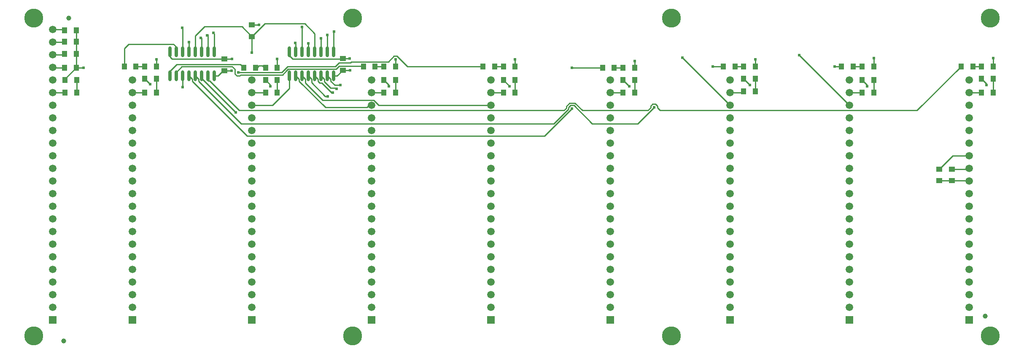
<source format=gtl>
%FSLAX42Y42*%
%MOMM*%
G71*
G01*
G75*
G04 Layer_Physical_Order=1*
G04 Layer_Color=255*
%ADD10C,1.00*%
%ADD11R,1.05X1.30*%
%ADD12R,1.30X1.05*%
%ADD13O,0.60X2.20*%
%ADD14C,0.25*%
%ADD15R,1.50X1.50*%
%ADD16C,1.50*%
%ADD17C,3.81*%
%ADD18C,0.61*%
D10*
X19600Y900D02*
D03*
X1100Y400D02*
D03*
X1200Y6900D02*
D03*
D11*
X10160Y5400D02*
D03*
X9925D02*
D03*
X7525Y5649D02*
D03*
X7760D02*
D03*
X1350Y5901D02*
D03*
X1115D02*
D03*
X1350Y6176D02*
D03*
X1115D02*
D03*
X1350Y6426D02*
D03*
X1115D02*
D03*
X1350Y6651D02*
D03*
X1115D02*
D03*
X7760Y5400D02*
D03*
X7525D02*
D03*
X4715Y5900D02*
D03*
X4950D02*
D03*
X7115Y5925D02*
D03*
X7350D02*
D03*
X9515D02*
D03*
X9750D02*
D03*
X11915Y5900D02*
D03*
X12150D02*
D03*
X14340Y5925D02*
D03*
X14575D02*
D03*
X16715Y5925D02*
D03*
X16950D02*
D03*
X19115Y5925D02*
D03*
X19350D02*
D03*
X1360Y5400D02*
D03*
X1125D02*
D03*
X2960D02*
D03*
X2725D02*
D03*
X2315Y5925D02*
D03*
X2550D02*
D03*
X2725Y5924D02*
D03*
X2960D02*
D03*
X5150Y5899D02*
D03*
X5385D02*
D03*
X14750Y5674D02*
D03*
X14985D02*
D03*
X9925Y5924D02*
D03*
X10160D02*
D03*
X12325Y5899D02*
D03*
X12560D02*
D03*
X14750Y5924D02*
D03*
X14985D02*
D03*
X17125D02*
D03*
X17360D02*
D03*
X19525D02*
D03*
X19760D02*
D03*
X1125Y5649D02*
D03*
X1360D02*
D03*
X7525Y5924D02*
D03*
X7760D02*
D03*
X5150Y5649D02*
D03*
X5385D02*
D03*
X2725Y5674D02*
D03*
X2960D02*
D03*
X5385Y5400D02*
D03*
X5150D02*
D03*
X9925Y5649D02*
D03*
X10160D02*
D03*
X19525Y5674D02*
D03*
X19760D02*
D03*
X19760Y5400D02*
D03*
X19525D02*
D03*
X17125Y5649D02*
D03*
X17360D02*
D03*
X17360Y5400D02*
D03*
X17125D02*
D03*
X14985Y5425D02*
D03*
X14750D02*
D03*
X12325Y5649D02*
D03*
X12560D02*
D03*
X12560Y5400D02*
D03*
X12325D02*
D03*
D12*
X4324Y5840D02*
D03*
Y6075D02*
D03*
X18676Y3625D02*
D03*
Y3860D02*
D03*
X6701Y6085D02*
D03*
Y5850D02*
D03*
X4876Y6525D02*
D03*
Y6760D02*
D03*
X18926Y3625D02*
D03*
Y3860D02*
D03*
D13*
X4120Y6215D02*
D03*
X3993D02*
D03*
X3866D02*
D03*
X3739D02*
D03*
X3612D02*
D03*
X3485D02*
D03*
X3358D02*
D03*
X3231D02*
D03*
X4120Y5735D02*
D03*
X3993D02*
D03*
X3866D02*
D03*
X3739D02*
D03*
X3612D02*
D03*
X3485D02*
D03*
X3358D02*
D03*
X3231D02*
D03*
X5631D02*
D03*
X5758D02*
D03*
X5885D02*
D03*
X6012D02*
D03*
X6139D02*
D03*
X6266D02*
D03*
X6393D02*
D03*
X6520D02*
D03*
X5631Y6215D02*
D03*
X5758D02*
D03*
X5885D02*
D03*
X6012D02*
D03*
X6139D02*
D03*
X6266D02*
D03*
X6393D02*
D03*
X6520D02*
D03*
D14*
X6350Y5325D02*
X6400D01*
X6459Y5630D02*
X6539Y5550D01*
X6279Y5595D02*
X6473Y5400D01*
X6332Y5618D02*
X6458Y5492D01*
X6558D01*
X6459Y5630D02*
Y5668D01*
X6393Y5735D02*
X6459Y5668D01*
X6332Y5618D02*
Y5668D01*
X6266Y5735D02*
X6332Y5668D01*
X6240Y5595D02*
X6279D01*
X6205Y5630D02*
X6240Y5595D01*
X6205Y5630D02*
Y5668D01*
X6139Y5735D02*
X6205Y5668D01*
X6078Y5597D02*
Y5668D01*
X6012Y5735D02*
X6078Y5668D01*
Y5597D02*
X6350Y5325D01*
X5951Y5595D02*
X6297Y5248D01*
X5951Y5595D02*
Y5668D01*
X6297Y5248D02*
X7319D01*
X5605Y5875D02*
X6565D01*
X5594Y5925D02*
X6554D01*
X6585Y5735D02*
X6701Y5850D01*
X6520Y5735D02*
X6585D01*
X5570Y5840D02*
X5605Y5875D01*
X5527Y5858D02*
X5594Y5925D01*
X6565Y5875D02*
X6623Y5933D01*
X6554Y5925D02*
X6631Y6002D01*
X6623Y5933D02*
X7107D01*
X6631Y6002D02*
X6854D01*
X7278Y5400D02*
X7525D01*
X7319Y5248D02*
X7424Y5143D01*
X7213D02*
X7275D01*
X7187Y5100D02*
X7213Y5125D01*
X7760Y5400D02*
Y5649D01*
X7424Y5143D02*
X9675D01*
X5824Y5630D02*
X6354Y5100D01*
X7187D01*
X5885Y5735D02*
X5951Y5668D01*
X5824Y5630D02*
Y5668D01*
X5758Y5735D02*
X5824Y5668D01*
X3485Y5510D02*
Y5735D01*
X4533Y5774D02*
X4574Y5733D01*
X4533Y5774D02*
Y5811D01*
Y5868D01*
X4324Y6075D02*
X4475D01*
X4479Y5923D02*
X4533Y5868D01*
X3231Y5831D02*
X3366Y5966D01*
X4649D02*
X4715Y5900D01*
X3358Y5808D02*
X3473Y5923D01*
X4574Y5733D02*
X4630D01*
X4602Y5802D02*
X5473D01*
X5475Y5800D01*
X4630Y5733D02*
X4654Y5757D01*
X5493D01*
X5570Y5834D01*
X4120Y5735D02*
X4195D01*
X5085Y5943D02*
X5110Y5918D01*
X5015Y5943D02*
X5085D01*
X4990Y5918D02*
X5015Y5943D01*
X5570Y5834D02*
Y5840D01*
X5475Y5800D02*
X5527Y5852D01*
Y5858D01*
X7997Y5925D02*
X9515D01*
X6854Y6002D02*
X6872Y6020D01*
X7415D01*
X7416Y6020D01*
X7618D01*
X7732Y6133D01*
X7789D01*
X7997Y5925D01*
X7350D02*
X7525D01*
X6701Y6085D02*
X6840D01*
X6701Y6075D02*
Y6085D01*
X18926Y3625D02*
X19269D01*
X18676D02*
X18926D01*
X19269D02*
X19275Y3619D01*
X11300Y5900D02*
X11915D01*
X11342Y5144D02*
X11711Y4775D01*
X11272Y5144D02*
X11342D01*
X11360Y5187D02*
X11510Y5038D01*
X11254Y5187D02*
X11360D01*
X11231Y5103D02*
X11272Y5144D01*
X11188Y5121D02*
X11254Y5187D01*
X11188Y5085D02*
Y5121D01*
X11510Y5038D02*
X12826D01*
X10750Y4525D02*
X11300Y5075D01*
X11140Y5038D02*
X11188Y5085D01*
X11231Y5067D02*
Y5103D01*
X10939Y4775D02*
X11231Y5067D01*
X4624Y5038D02*
X11140D01*
X4660Y4775D02*
X10939D01*
X4783Y4525D02*
X10750D01*
X11711Y4775D02*
X12625D01*
X3678Y5630D02*
X4783Y4525D01*
X3678Y5630D02*
Y5668D01*
X3612Y5735D02*
X3678Y5668D01*
X3805Y5630D02*
X4660Y4775D01*
X14125Y5925D02*
X14340D01*
X13019Y5092D02*
X13074Y5038D01*
X13019Y5092D02*
Y5128D01*
X12978Y5169D02*
X13019Y5128D01*
X12922Y5169D02*
X12978D01*
X12881Y5128D02*
X12922Y5169D01*
X12881Y5092D02*
Y5128D01*
X12826Y5038D02*
X12881Y5092D01*
X12625Y4775D02*
X12950Y5100D01*
X13074Y5038D02*
X18228D01*
X3805Y5630D02*
Y5668D01*
X3739Y5735D02*
X3805Y5668D01*
X3866Y5685D02*
X4550Y5000D01*
X3866Y5685D02*
Y5735D01*
X4024Y5638D02*
X4624Y5038D01*
X3993Y5638D02*
Y5735D01*
X4875Y5143D02*
X5293D01*
X16575Y5925D02*
X16715D01*
X7107Y5933D02*
X7115Y5925D01*
X6701Y5850D02*
X6850D01*
X5110Y5899D02*
X5150D01*
X4951D02*
X4990D01*
X3358Y5735D02*
Y5808D01*
X3231Y5735D02*
Y5831D01*
Y6120D02*
X3275Y6075D01*
X3231Y6120D02*
Y6215D01*
X18228Y5038D02*
X19115Y5925D01*
X19350D02*
X19525D01*
X5293Y5143D02*
X5631Y5481D01*
X4875Y5397D02*
X5147D01*
X5631Y5481D02*
Y5735D01*
X14985Y5425D02*
Y5674D01*
X5385Y5400D02*
Y5649D01*
X5147Y5397D02*
X5150Y5400D01*
X5750Y6400D02*
X5758Y6392D01*
Y6215D02*
Y6392D01*
X4875Y6525D02*
X4876Y6525D01*
X4875Y6200D02*
Y6525D01*
X2400Y6375D02*
X3300D01*
X2315Y6290D02*
X2400Y6375D01*
X3300D02*
X3358Y6317D01*
X1360Y5400D02*
Y5649D01*
X5941Y6784D02*
X6139Y6586D01*
X5083Y6733D02*
X5134Y6784D01*
X5941D01*
X6139Y6215D02*
Y6586D01*
X5083Y6732D02*
Y6733D01*
X4877Y6525D02*
X5083Y6732D01*
X4876Y6525D02*
X4877D01*
X4676Y6725D02*
X4876Y6525D01*
X3925Y6725D02*
X4676D01*
X3739Y6538D02*
X3925Y6725D01*
X3850Y6500D02*
X3862D01*
X3739Y6215D02*
Y6538D01*
X3866Y6215D02*
Y6497D01*
X4120Y6215D02*
Y6581D01*
X4100Y6600D02*
X4120Y6581D01*
X3862Y6500D02*
X3866Y6497D01*
X6266Y6215D02*
Y6491D01*
X6393Y6215D02*
Y6558D01*
X6012Y6215D02*
Y6389D01*
X3612Y6215D02*
Y6414D01*
X2315Y5925D02*
Y6290D01*
X3358Y6215D02*
Y6317D01*
X3475Y6700D02*
X3485Y6691D01*
Y6215D02*
Y6691D01*
X5885Y6215D02*
Y6716D01*
X6520Y6631D02*
X6525Y6625D01*
X4324Y6075D02*
Y6075D01*
X5631Y6144D02*
Y6215D01*
Y6144D02*
X5700Y6075D01*
X2960Y5924D02*
Y6065D01*
X4876Y6760D02*
X5015D01*
X5385Y5899D02*
Y6075D01*
X10160Y5924D02*
Y6065D01*
X12560Y5899D02*
Y6035D01*
X14985Y5924D02*
Y6065D01*
X17360Y5924D02*
Y6090D01*
X19760Y5924D02*
Y6090D01*
X4950Y5900D02*
X4951Y5899D01*
X7525Y5925D02*
X7525Y5924D01*
X9925Y5925D02*
X9925Y5924D01*
X9750Y5925D02*
X9925D01*
X12325Y5900D02*
X12325Y5899D01*
X12150Y5900D02*
X12325D01*
X14750Y5925D02*
X14750Y5924D01*
X14575Y5925D02*
X14750D01*
X17125Y5925D02*
X17125Y5924D01*
X16950Y5925D02*
X17125D01*
X19525Y5925D02*
X19525Y5924D01*
X19760Y5674D02*
X19760Y5674D01*
X19760Y5425D02*
Y5674D01*
X19275Y5397D02*
X19497D01*
X17360Y5649D02*
X17360Y5649D01*
X17360Y5400D02*
Y5649D01*
X16875Y5397D02*
X16878Y5400D01*
X17125D01*
X14985Y5674D02*
X14985Y5674D01*
X14722Y5397D02*
X14750Y5425D01*
X14475Y5397D02*
X14722D01*
X12560Y5649D02*
X12560Y5649D01*
X12560Y5400D02*
Y5649D01*
X12075Y5397D02*
X12078Y5400D01*
X12325D01*
X10160Y5624D02*
X10160Y5624D01*
X10160Y5400D02*
Y5624D01*
X9675Y5397D02*
X9678Y5400D01*
X9925D01*
X7760Y5649D02*
X7760Y5649D01*
X7275Y5397D02*
X7278Y5400D01*
X5385Y5649D02*
X5385Y5649D01*
X2960Y5674D02*
X2960Y5674D01*
X2960Y5400D02*
Y5674D01*
X1350Y5901D02*
X1499D01*
X1360Y5400D02*
X1360Y5400D01*
X1125Y5676D02*
X1350Y5901D01*
X1125Y5649D02*
Y5676D01*
X2724Y5925D02*
X2725Y5924D01*
X2550Y5925D02*
X2724D01*
X2475Y5397D02*
X2478Y5400D01*
X2725D01*
X1098Y6667D02*
X1115Y6651D01*
X875Y6667D02*
X1098D01*
X1102Y6413D02*
X1115Y6426D01*
X875Y6413D02*
X1102D01*
X1098Y6159D02*
X1115Y6176D01*
X875Y6159D02*
X1098D01*
X875Y5905D02*
X879Y5901D01*
X1115D01*
X875Y5397D02*
X878Y5400D01*
X1125D01*
X18942Y4127D02*
X19275D01*
X18676Y3860D02*
X18942Y4127D01*
X18926Y3860D02*
X19262D01*
X19275Y3873D01*
X15868Y6150D02*
X16875Y5143D01*
X13518Y6100D02*
X14475Y5143D01*
X4195Y5735D02*
X4312Y5852D01*
X7213Y5125D02*
Y5143D01*
X19497Y5397D02*
X19525Y5425D01*
X3993Y5638D02*
X4024D01*
X5110Y5899D02*
Y5918D01*
X4990Y5899D02*
Y5918D01*
X5700Y6075D02*
X6701D01*
X3275D02*
X4324D01*
X1350Y5901D02*
Y6651D01*
X3993Y6215D02*
Y6568D01*
X6520Y6215D02*
Y6631D01*
X3366Y5966D02*
X4649D01*
X3473Y5923D02*
X4479D01*
X4324Y5840D02*
X4465D01*
X6558Y5492D02*
X6575Y5475D01*
X6539Y5550D02*
X6650D01*
X6473Y5400D02*
X6500D01*
X7760Y5924D02*
Y6065D01*
X5150Y5649D02*
X5250Y5550D01*
Y5525D02*
Y5550D01*
X7525Y5649D02*
X7625Y5550D01*
Y5525D02*
Y5550D01*
X9925Y5649D02*
X10050Y5525D01*
X10050D01*
X12325Y5649D02*
X12450Y5525D01*
X12450D01*
X14750Y5674D02*
X14875Y5550D01*
X14875D01*
X17125Y5649D02*
X17225Y5550D01*
Y5525D02*
Y5550D01*
X19525Y5674D02*
X19625Y5575D01*
Y5550D02*
Y5575D01*
X2837Y5563D02*
X2838D01*
X2725Y5674D02*
X2837Y5563D01*
D15*
X19275Y825D02*
D03*
X2475D02*
D03*
X4875D02*
D03*
X7275D02*
D03*
X9675D02*
D03*
X12075D02*
D03*
X14475D02*
D03*
X16875D02*
D03*
X875D02*
D03*
D16*
X19275Y1079D02*
D03*
Y1333D02*
D03*
Y1587D02*
D03*
Y1841D02*
D03*
Y2095D02*
D03*
Y2349D02*
D03*
Y2603D02*
D03*
Y2857D02*
D03*
Y3111D02*
D03*
Y3365D02*
D03*
Y3619D02*
D03*
Y3873D02*
D03*
Y4127D02*
D03*
Y4381D02*
D03*
Y4635D02*
D03*
Y4889D02*
D03*
Y5143D02*
D03*
Y5397D02*
D03*
Y5651D02*
D03*
X2475Y1079D02*
D03*
Y1333D02*
D03*
Y1587D02*
D03*
Y1841D02*
D03*
Y2095D02*
D03*
Y2349D02*
D03*
Y2603D02*
D03*
Y2857D02*
D03*
Y3111D02*
D03*
Y3365D02*
D03*
Y3619D02*
D03*
Y3873D02*
D03*
Y4127D02*
D03*
Y4381D02*
D03*
Y4635D02*
D03*
Y4889D02*
D03*
Y5143D02*
D03*
Y5397D02*
D03*
Y5651D02*
D03*
X4875Y1079D02*
D03*
Y1333D02*
D03*
Y1587D02*
D03*
Y1841D02*
D03*
Y2095D02*
D03*
Y2349D02*
D03*
Y2603D02*
D03*
Y2857D02*
D03*
Y3111D02*
D03*
Y3365D02*
D03*
Y3619D02*
D03*
Y3873D02*
D03*
Y4127D02*
D03*
Y4381D02*
D03*
Y4635D02*
D03*
Y4889D02*
D03*
Y5143D02*
D03*
Y5397D02*
D03*
Y5651D02*
D03*
X7275Y1079D02*
D03*
Y1333D02*
D03*
Y1587D02*
D03*
Y1841D02*
D03*
Y2095D02*
D03*
Y2349D02*
D03*
Y2603D02*
D03*
Y2857D02*
D03*
Y3111D02*
D03*
Y3365D02*
D03*
Y3619D02*
D03*
Y3873D02*
D03*
Y4127D02*
D03*
Y4381D02*
D03*
Y4635D02*
D03*
Y4889D02*
D03*
Y5143D02*
D03*
Y5397D02*
D03*
Y5651D02*
D03*
X9675Y1079D02*
D03*
Y1333D02*
D03*
Y1587D02*
D03*
Y1841D02*
D03*
Y2095D02*
D03*
Y2349D02*
D03*
Y2603D02*
D03*
Y2857D02*
D03*
Y3111D02*
D03*
Y3365D02*
D03*
Y3619D02*
D03*
Y3873D02*
D03*
Y4127D02*
D03*
Y4381D02*
D03*
Y4635D02*
D03*
Y4889D02*
D03*
Y5143D02*
D03*
Y5397D02*
D03*
Y5651D02*
D03*
X12075Y1079D02*
D03*
Y1333D02*
D03*
Y1587D02*
D03*
Y1841D02*
D03*
Y2095D02*
D03*
Y2349D02*
D03*
Y2603D02*
D03*
Y2857D02*
D03*
Y3111D02*
D03*
Y3365D02*
D03*
Y3619D02*
D03*
Y3873D02*
D03*
Y4127D02*
D03*
Y4381D02*
D03*
Y4635D02*
D03*
Y4889D02*
D03*
Y5143D02*
D03*
Y5397D02*
D03*
Y5651D02*
D03*
X14475Y1079D02*
D03*
Y1333D02*
D03*
Y1587D02*
D03*
Y1841D02*
D03*
Y2095D02*
D03*
Y2349D02*
D03*
Y2603D02*
D03*
Y2857D02*
D03*
Y3111D02*
D03*
Y3365D02*
D03*
Y3619D02*
D03*
Y3873D02*
D03*
Y4127D02*
D03*
Y4381D02*
D03*
Y4635D02*
D03*
Y4889D02*
D03*
Y5143D02*
D03*
Y5397D02*
D03*
Y5651D02*
D03*
X16875Y1079D02*
D03*
Y1333D02*
D03*
Y1587D02*
D03*
Y1841D02*
D03*
Y2095D02*
D03*
Y2349D02*
D03*
Y2603D02*
D03*
Y2857D02*
D03*
Y3111D02*
D03*
Y3365D02*
D03*
Y3619D02*
D03*
Y3873D02*
D03*
Y4127D02*
D03*
Y4381D02*
D03*
Y4635D02*
D03*
Y4889D02*
D03*
Y5143D02*
D03*
Y5397D02*
D03*
Y5651D02*
D03*
X875Y6667D02*
D03*
Y6413D02*
D03*
Y6159D02*
D03*
Y5905D02*
D03*
Y5651D02*
D03*
Y5397D02*
D03*
Y5143D02*
D03*
Y4889D02*
D03*
Y4635D02*
D03*
Y4381D02*
D03*
Y4127D02*
D03*
Y3873D02*
D03*
Y3619D02*
D03*
Y3365D02*
D03*
Y3111D02*
D03*
Y2857D02*
D03*
Y2603D02*
D03*
Y2349D02*
D03*
Y2095D02*
D03*
Y1841D02*
D03*
Y1587D02*
D03*
Y1333D02*
D03*
Y1079D02*
D03*
D17*
X500Y6900D02*
D03*
X6900D02*
D03*
X13300D02*
D03*
X19700D02*
D03*
Y500D02*
D03*
X13300D02*
D03*
X6900D02*
D03*
X500D02*
D03*
D18*
X6400Y5325D02*
D03*
X3485Y5510D02*
D03*
X4475Y6075D02*
D03*
X4602Y5802D02*
D03*
X11300Y5900D02*
D03*
Y5075D02*
D03*
X14125Y5925D02*
D03*
X12950Y5100D02*
D03*
X4550Y5000D02*
D03*
X16575Y5925D02*
D03*
X6850Y5850D02*
D03*
X5750Y6400D02*
D03*
X4875Y6200D02*
D03*
X3850Y6500D02*
D03*
X3975Y6550D02*
D03*
X6012Y6389D02*
D03*
X3612Y6414D02*
D03*
X5885Y6716D02*
D03*
X6393Y6558D02*
D03*
X6525Y6625D02*
D03*
X6266Y6491D02*
D03*
X3475Y6700D02*
D03*
X4100Y6600D02*
D03*
X6840Y6085D02*
D03*
X2960Y6065D02*
D03*
X5015Y6760D02*
D03*
X5385Y6075D02*
D03*
X10160Y6065D02*
D03*
X12560Y6035D02*
D03*
X14985Y6065D02*
D03*
X17360Y6090D02*
D03*
X19760D02*
D03*
X1499Y5901D02*
D03*
X15868Y6150D02*
D03*
X13518Y6100D02*
D03*
X4465Y5840D02*
D03*
X6575Y5475D02*
D03*
X6650Y5550D02*
D03*
X6500Y5400D02*
D03*
X7760Y6065D02*
D03*
X5250Y5525D02*
D03*
X7625D02*
D03*
X10050D02*
D03*
X12450D02*
D03*
X14875Y5550D02*
D03*
X17225Y5525D02*
D03*
X19625Y5550D02*
D03*
X2838Y5563D02*
D03*
M02*

</source>
